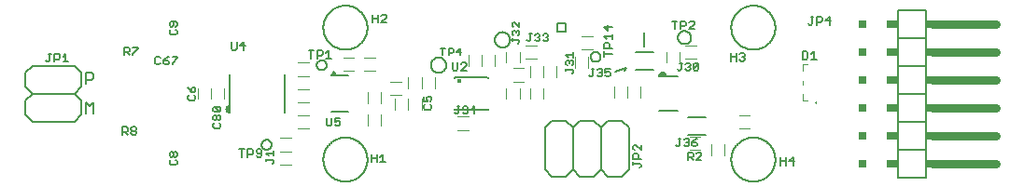
<source format=gto>
G75*
%MOIN*%
%OFA0B0*%
%FSLAX25Y25*%
%IPPOS*%
%LPD*%
%AMOC8*
5,1,8,0,0,1.08239X$1,22.5*
%
%ADD10C,0.00787*%
%ADD11C,0.00700*%
%ADD12C,0.00591*%
%ADD13C,0.00500*%
%ADD14C,0.00472*%
%ADD15C,0.00600*%
%ADD16C,0.00800*%
%ADD17C,0.01575*%
%ADD18C,0.00394*%
%ADD19C,0.03000*%
%ADD20R,0.02000X0.03000*%
%ADD21R,0.04000X0.03000*%
%ADD22R,0.03000X0.03000*%
D10*
X0073898Y0026591D02*
X0073898Y0028165D01*
X0074292Y0028559D02*
X0074292Y0039583D01*
X0093977Y0039583D02*
X0093977Y0026197D01*
X0110709Y0026394D02*
X0116615Y0026394D01*
X0074292Y0026197D02*
X0074292Y0028559D01*
X0074225Y0028557D01*
X0074157Y0028551D01*
X0074091Y0028542D01*
X0074025Y0028528D01*
X0073959Y0028511D01*
X0073895Y0028490D01*
X0073832Y0028466D01*
X0073771Y0028438D01*
X0073711Y0028406D01*
X0073654Y0028372D01*
X0073598Y0028333D01*
X0073544Y0028292D01*
X0073493Y0028248D01*
X0073445Y0028201D01*
X0073399Y0028151D01*
X0073357Y0028099D01*
X0073317Y0028045D01*
X0073281Y0027988D01*
X0073247Y0027929D01*
X0073218Y0027869D01*
X0073191Y0027806D01*
X0073169Y0027743D01*
X0073150Y0027678D01*
X0073135Y0027613D01*
X0073123Y0027546D01*
X0073115Y0027479D01*
X0073111Y0027412D01*
X0073111Y0027344D01*
X0073115Y0027277D01*
X0073123Y0027210D01*
X0073135Y0027143D01*
X0073150Y0027078D01*
X0073169Y0027013D01*
X0073191Y0026950D01*
X0073218Y0026887D01*
X0073247Y0026827D01*
X0073281Y0026768D01*
X0073317Y0026711D01*
X0073357Y0026657D01*
X0073399Y0026605D01*
X0073445Y0026555D01*
X0073493Y0026508D01*
X0073544Y0026464D01*
X0073598Y0026423D01*
X0073654Y0026384D01*
X0073711Y0026350D01*
X0073771Y0026318D01*
X0073832Y0026290D01*
X0073895Y0026266D01*
X0073959Y0026245D01*
X0074025Y0026228D01*
X0074091Y0026214D01*
X0074157Y0026205D01*
X0074225Y0026199D01*
X0074292Y0026197D01*
X0110709Y0039386D02*
X0111694Y0040764D01*
X0112284Y0039386D01*
X0116615Y0039386D01*
X0112284Y0039386D02*
X0110709Y0039386D01*
X0111694Y0039583D02*
X0111694Y0040173D01*
X0107757Y0056512D02*
X0107759Y0056705D01*
X0107766Y0056898D01*
X0107778Y0057091D01*
X0107795Y0057284D01*
X0107816Y0057476D01*
X0107842Y0057667D01*
X0107873Y0057858D01*
X0107908Y0058048D01*
X0107948Y0058237D01*
X0107993Y0058425D01*
X0108042Y0058612D01*
X0108096Y0058798D01*
X0108154Y0058982D01*
X0108217Y0059165D01*
X0108285Y0059346D01*
X0108356Y0059525D01*
X0108433Y0059703D01*
X0108513Y0059879D01*
X0108598Y0060052D01*
X0108687Y0060224D01*
X0108780Y0060393D01*
X0108877Y0060560D01*
X0108979Y0060725D01*
X0109084Y0060887D01*
X0109193Y0061046D01*
X0109307Y0061203D01*
X0109424Y0061356D01*
X0109544Y0061507D01*
X0109669Y0061655D01*
X0109797Y0061800D01*
X0109928Y0061941D01*
X0110063Y0062080D01*
X0110202Y0062215D01*
X0110343Y0062346D01*
X0110488Y0062474D01*
X0110636Y0062599D01*
X0110787Y0062719D01*
X0110940Y0062836D01*
X0111097Y0062950D01*
X0111256Y0063059D01*
X0111418Y0063164D01*
X0111583Y0063266D01*
X0111750Y0063363D01*
X0111919Y0063456D01*
X0112091Y0063545D01*
X0112264Y0063630D01*
X0112440Y0063710D01*
X0112618Y0063787D01*
X0112797Y0063858D01*
X0112978Y0063926D01*
X0113161Y0063989D01*
X0113345Y0064047D01*
X0113531Y0064101D01*
X0113718Y0064150D01*
X0113906Y0064195D01*
X0114095Y0064235D01*
X0114285Y0064270D01*
X0114476Y0064301D01*
X0114667Y0064327D01*
X0114859Y0064348D01*
X0115052Y0064365D01*
X0115245Y0064377D01*
X0115438Y0064384D01*
X0115631Y0064386D01*
X0115824Y0064384D01*
X0116017Y0064377D01*
X0116210Y0064365D01*
X0116403Y0064348D01*
X0116595Y0064327D01*
X0116786Y0064301D01*
X0116977Y0064270D01*
X0117167Y0064235D01*
X0117356Y0064195D01*
X0117544Y0064150D01*
X0117731Y0064101D01*
X0117917Y0064047D01*
X0118101Y0063989D01*
X0118284Y0063926D01*
X0118465Y0063858D01*
X0118644Y0063787D01*
X0118822Y0063710D01*
X0118998Y0063630D01*
X0119171Y0063545D01*
X0119343Y0063456D01*
X0119512Y0063363D01*
X0119679Y0063266D01*
X0119844Y0063164D01*
X0120006Y0063059D01*
X0120165Y0062950D01*
X0120322Y0062836D01*
X0120475Y0062719D01*
X0120626Y0062599D01*
X0120774Y0062474D01*
X0120919Y0062346D01*
X0121060Y0062215D01*
X0121199Y0062080D01*
X0121334Y0061941D01*
X0121465Y0061800D01*
X0121593Y0061655D01*
X0121718Y0061507D01*
X0121838Y0061356D01*
X0121955Y0061203D01*
X0122069Y0061046D01*
X0122178Y0060887D01*
X0122283Y0060725D01*
X0122385Y0060560D01*
X0122482Y0060393D01*
X0122575Y0060224D01*
X0122664Y0060052D01*
X0122749Y0059879D01*
X0122829Y0059703D01*
X0122906Y0059525D01*
X0122977Y0059346D01*
X0123045Y0059165D01*
X0123108Y0058982D01*
X0123166Y0058798D01*
X0123220Y0058612D01*
X0123269Y0058425D01*
X0123314Y0058237D01*
X0123354Y0058048D01*
X0123389Y0057858D01*
X0123420Y0057667D01*
X0123446Y0057476D01*
X0123467Y0057284D01*
X0123484Y0057091D01*
X0123496Y0056898D01*
X0123503Y0056705D01*
X0123505Y0056512D01*
X0123503Y0056319D01*
X0123496Y0056126D01*
X0123484Y0055933D01*
X0123467Y0055740D01*
X0123446Y0055548D01*
X0123420Y0055357D01*
X0123389Y0055166D01*
X0123354Y0054976D01*
X0123314Y0054787D01*
X0123269Y0054599D01*
X0123220Y0054412D01*
X0123166Y0054226D01*
X0123108Y0054042D01*
X0123045Y0053859D01*
X0122977Y0053678D01*
X0122906Y0053499D01*
X0122829Y0053321D01*
X0122749Y0053145D01*
X0122664Y0052972D01*
X0122575Y0052800D01*
X0122482Y0052631D01*
X0122385Y0052464D01*
X0122283Y0052299D01*
X0122178Y0052137D01*
X0122069Y0051978D01*
X0121955Y0051821D01*
X0121838Y0051668D01*
X0121718Y0051517D01*
X0121593Y0051369D01*
X0121465Y0051224D01*
X0121334Y0051083D01*
X0121199Y0050944D01*
X0121060Y0050809D01*
X0120919Y0050678D01*
X0120774Y0050550D01*
X0120626Y0050425D01*
X0120475Y0050305D01*
X0120322Y0050188D01*
X0120165Y0050074D01*
X0120006Y0049965D01*
X0119844Y0049860D01*
X0119679Y0049758D01*
X0119512Y0049661D01*
X0119343Y0049568D01*
X0119171Y0049479D01*
X0118998Y0049394D01*
X0118822Y0049314D01*
X0118644Y0049237D01*
X0118465Y0049166D01*
X0118284Y0049098D01*
X0118101Y0049035D01*
X0117917Y0048977D01*
X0117731Y0048923D01*
X0117544Y0048874D01*
X0117356Y0048829D01*
X0117167Y0048789D01*
X0116977Y0048754D01*
X0116786Y0048723D01*
X0116595Y0048697D01*
X0116403Y0048676D01*
X0116210Y0048659D01*
X0116017Y0048647D01*
X0115824Y0048640D01*
X0115631Y0048638D01*
X0115438Y0048640D01*
X0115245Y0048647D01*
X0115052Y0048659D01*
X0114859Y0048676D01*
X0114667Y0048697D01*
X0114476Y0048723D01*
X0114285Y0048754D01*
X0114095Y0048789D01*
X0113906Y0048829D01*
X0113718Y0048874D01*
X0113531Y0048923D01*
X0113345Y0048977D01*
X0113161Y0049035D01*
X0112978Y0049098D01*
X0112797Y0049166D01*
X0112618Y0049237D01*
X0112440Y0049314D01*
X0112264Y0049394D01*
X0112091Y0049479D01*
X0111919Y0049568D01*
X0111750Y0049661D01*
X0111583Y0049758D01*
X0111418Y0049860D01*
X0111256Y0049965D01*
X0111097Y0050074D01*
X0110940Y0050188D01*
X0110787Y0050305D01*
X0110636Y0050425D01*
X0110488Y0050550D01*
X0110343Y0050678D01*
X0110202Y0050809D01*
X0110063Y0050944D01*
X0109928Y0051083D01*
X0109797Y0051224D01*
X0109669Y0051369D01*
X0109544Y0051517D01*
X0109424Y0051668D01*
X0109307Y0051821D01*
X0109193Y0051978D01*
X0109084Y0052137D01*
X0108979Y0052299D01*
X0108877Y0052464D01*
X0108780Y0052631D01*
X0108687Y0052800D01*
X0108598Y0052972D01*
X0108513Y0053145D01*
X0108433Y0053321D01*
X0108356Y0053499D01*
X0108285Y0053678D01*
X0108217Y0053859D01*
X0108154Y0054042D01*
X0108096Y0054226D01*
X0108042Y0054412D01*
X0107993Y0054599D01*
X0107948Y0054787D01*
X0107908Y0054976D01*
X0107873Y0055166D01*
X0107842Y0055357D01*
X0107816Y0055548D01*
X0107795Y0055740D01*
X0107778Y0055933D01*
X0107766Y0056126D01*
X0107759Y0056319D01*
X0107757Y0056512D01*
X0212087Y0040764D02*
X0216024Y0041945D01*
X0215237Y0041945D01*
X0215237Y0041157D01*
X0216024Y0041945D01*
X0253426Y0056512D02*
X0253428Y0056705D01*
X0253435Y0056898D01*
X0253447Y0057091D01*
X0253464Y0057284D01*
X0253485Y0057476D01*
X0253511Y0057667D01*
X0253542Y0057858D01*
X0253577Y0058048D01*
X0253617Y0058237D01*
X0253662Y0058425D01*
X0253711Y0058612D01*
X0253765Y0058798D01*
X0253823Y0058982D01*
X0253886Y0059165D01*
X0253954Y0059346D01*
X0254025Y0059525D01*
X0254102Y0059703D01*
X0254182Y0059879D01*
X0254267Y0060052D01*
X0254356Y0060224D01*
X0254449Y0060393D01*
X0254546Y0060560D01*
X0254648Y0060725D01*
X0254753Y0060887D01*
X0254862Y0061046D01*
X0254976Y0061203D01*
X0255093Y0061356D01*
X0255213Y0061507D01*
X0255338Y0061655D01*
X0255466Y0061800D01*
X0255597Y0061941D01*
X0255732Y0062080D01*
X0255871Y0062215D01*
X0256012Y0062346D01*
X0256157Y0062474D01*
X0256305Y0062599D01*
X0256456Y0062719D01*
X0256609Y0062836D01*
X0256766Y0062950D01*
X0256925Y0063059D01*
X0257087Y0063164D01*
X0257252Y0063266D01*
X0257419Y0063363D01*
X0257588Y0063456D01*
X0257760Y0063545D01*
X0257933Y0063630D01*
X0258109Y0063710D01*
X0258287Y0063787D01*
X0258466Y0063858D01*
X0258647Y0063926D01*
X0258830Y0063989D01*
X0259014Y0064047D01*
X0259200Y0064101D01*
X0259387Y0064150D01*
X0259575Y0064195D01*
X0259764Y0064235D01*
X0259954Y0064270D01*
X0260145Y0064301D01*
X0260336Y0064327D01*
X0260528Y0064348D01*
X0260721Y0064365D01*
X0260914Y0064377D01*
X0261107Y0064384D01*
X0261300Y0064386D01*
X0261493Y0064384D01*
X0261686Y0064377D01*
X0261879Y0064365D01*
X0262072Y0064348D01*
X0262264Y0064327D01*
X0262455Y0064301D01*
X0262646Y0064270D01*
X0262836Y0064235D01*
X0263025Y0064195D01*
X0263213Y0064150D01*
X0263400Y0064101D01*
X0263586Y0064047D01*
X0263770Y0063989D01*
X0263953Y0063926D01*
X0264134Y0063858D01*
X0264313Y0063787D01*
X0264491Y0063710D01*
X0264667Y0063630D01*
X0264840Y0063545D01*
X0265012Y0063456D01*
X0265181Y0063363D01*
X0265348Y0063266D01*
X0265513Y0063164D01*
X0265675Y0063059D01*
X0265834Y0062950D01*
X0265991Y0062836D01*
X0266144Y0062719D01*
X0266295Y0062599D01*
X0266443Y0062474D01*
X0266588Y0062346D01*
X0266729Y0062215D01*
X0266868Y0062080D01*
X0267003Y0061941D01*
X0267134Y0061800D01*
X0267262Y0061655D01*
X0267387Y0061507D01*
X0267507Y0061356D01*
X0267624Y0061203D01*
X0267738Y0061046D01*
X0267847Y0060887D01*
X0267952Y0060725D01*
X0268054Y0060560D01*
X0268151Y0060393D01*
X0268244Y0060224D01*
X0268333Y0060052D01*
X0268418Y0059879D01*
X0268498Y0059703D01*
X0268575Y0059525D01*
X0268646Y0059346D01*
X0268714Y0059165D01*
X0268777Y0058982D01*
X0268835Y0058798D01*
X0268889Y0058612D01*
X0268938Y0058425D01*
X0268983Y0058237D01*
X0269023Y0058048D01*
X0269058Y0057858D01*
X0269089Y0057667D01*
X0269115Y0057476D01*
X0269136Y0057284D01*
X0269153Y0057091D01*
X0269165Y0056898D01*
X0269172Y0056705D01*
X0269174Y0056512D01*
X0269172Y0056319D01*
X0269165Y0056126D01*
X0269153Y0055933D01*
X0269136Y0055740D01*
X0269115Y0055548D01*
X0269089Y0055357D01*
X0269058Y0055166D01*
X0269023Y0054976D01*
X0268983Y0054787D01*
X0268938Y0054599D01*
X0268889Y0054412D01*
X0268835Y0054226D01*
X0268777Y0054042D01*
X0268714Y0053859D01*
X0268646Y0053678D01*
X0268575Y0053499D01*
X0268498Y0053321D01*
X0268418Y0053145D01*
X0268333Y0052972D01*
X0268244Y0052800D01*
X0268151Y0052631D01*
X0268054Y0052464D01*
X0267952Y0052299D01*
X0267847Y0052137D01*
X0267738Y0051978D01*
X0267624Y0051821D01*
X0267507Y0051668D01*
X0267387Y0051517D01*
X0267262Y0051369D01*
X0267134Y0051224D01*
X0267003Y0051083D01*
X0266868Y0050944D01*
X0266729Y0050809D01*
X0266588Y0050678D01*
X0266443Y0050550D01*
X0266295Y0050425D01*
X0266144Y0050305D01*
X0265991Y0050188D01*
X0265834Y0050074D01*
X0265675Y0049965D01*
X0265513Y0049860D01*
X0265348Y0049758D01*
X0265181Y0049661D01*
X0265012Y0049568D01*
X0264840Y0049479D01*
X0264667Y0049394D01*
X0264491Y0049314D01*
X0264313Y0049237D01*
X0264134Y0049166D01*
X0263953Y0049098D01*
X0263770Y0049035D01*
X0263586Y0048977D01*
X0263400Y0048923D01*
X0263213Y0048874D01*
X0263025Y0048829D01*
X0262836Y0048789D01*
X0262646Y0048754D01*
X0262455Y0048723D01*
X0262264Y0048697D01*
X0262072Y0048676D01*
X0261879Y0048659D01*
X0261686Y0048647D01*
X0261493Y0048640D01*
X0261300Y0048638D01*
X0261107Y0048640D01*
X0260914Y0048647D01*
X0260721Y0048659D01*
X0260528Y0048676D01*
X0260336Y0048697D01*
X0260145Y0048723D01*
X0259954Y0048754D01*
X0259764Y0048789D01*
X0259575Y0048829D01*
X0259387Y0048874D01*
X0259200Y0048923D01*
X0259014Y0048977D01*
X0258830Y0049035D01*
X0258647Y0049098D01*
X0258466Y0049166D01*
X0258287Y0049237D01*
X0258109Y0049314D01*
X0257933Y0049394D01*
X0257760Y0049479D01*
X0257588Y0049568D01*
X0257419Y0049661D01*
X0257252Y0049758D01*
X0257087Y0049860D01*
X0256925Y0049965D01*
X0256766Y0050074D01*
X0256609Y0050188D01*
X0256456Y0050305D01*
X0256305Y0050425D01*
X0256157Y0050550D01*
X0256012Y0050678D01*
X0255871Y0050809D01*
X0255732Y0050944D01*
X0255597Y0051083D01*
X0255466Y0051224D01*
X0255338Y0051369D01*
X0255213Y0051517D01*
X0255093Y0051668D01*
X0254976Y0051821D01*
X0254862Y0051978D01*
X0254753Y0052137D01*
X0254648Y0052299D01*
X0254546Y0052464D01*
X0254449Y0052631D01*
X0254356Y0052800D01*
X0254267Y0052972D01*
X0254182Y0053145D01*
X0254102Y0053321D01*
X0254025Y0053499D01*
X0253954Y0053678D01*
X0253886Y0053859D01*
X0253823Y0054042D01*
X0253765Y0054226D01*
X0253711Y0054412D01*
X0253662Y0054599D01*
X0253617Y0054787D01*
X0253577Y0054976D01*
X0253542Y0055166D01*
X0253511Y0055357D01*
X0253485Y0055548D01*
X0253464Y0055740D01*
X0253447Y0055933D01*
X0253435Y0056126D01*
X0253428Y0056319D01*
X0253426Y0056512D01*
X0253426Y0009268D02*
X0253428Y0009461D01*
X0253435Y0009654D01*
X0253447Y0009847D01*
X0253464Y0010040D01*
X0253485Y0010232D01*
X0253511Y0010423D01*
X0253542Y0010614D01*
X0253577Y0010804D01*
X0253617Y0010993D01*
X0253662Y0011181D01*
X0253711Y0011368D01*
X0253765Y0011554D01*
X0253823Y0011738D01*
X0253886Y0011921D01*
X0253954Y0012102D01*
X0254025Y0012281D01*
X0254102Y0012459D01*
X0254182Y0012635D01*
X0254267Y0012808D01*
X0254356Y0012980D01*
X0254449Y0013149D01*
X0254546Y0013316D01*
X0254648Y0013481D01*
X0254753Y0013643D01*
X0254862Y0013802D01*
X0254976Y0013959D01*
X0255093Y0014112D01*
X0255213Y0014263D01*
X0255338Y0014411D01*
X0255466Y0014556D01*
X0255597Y0014697D01*
X0255732Y0014836D01*
X0255871Y0014971D01*
X0256012Y0015102D01*
X0256157Y0015230D01*
X0256305Y0015355D01*
X0256456Y0015475D01*
X0256609Y0015592D01*
X0256766Y0015706D01*
X0256925Y0015815D01*
X0257087Y0015920D01*
X0257252Y0016022D01*
X0257419Y0016119D01*
X0257588Y0016212D01*
X0257760Y0016301D01*
X0257933Y0016386D01*
X0258109Y0016466D01*
X0258287Y0016543D01*
X0258466Y0016614D01*
X0258647Y0016682D01*
X0258830Y0016745D01*
X0259014Y0016803D01*
X0259200Y0016857D01*
X0259387Y0016906D01*
X0259575Y0016951D01*
X0259764Y0016991D01*
X0259954Y0017026D01*
X0260145Y0017057D01*
X0260336Y0017083D01*
X0260528Y0017104D01*
X0260721Y0017121D01*
X0260914Y0017133D01*
X0261107Y0017140D01*
X0261300Y0017142D01*
X0261493Y0017140D01*
X0261686Y0017133D01*
X0261879Y0017121D01*
X0262072Y0017104D01*
X0262264Y0017083D01*
X0262455Y0017057D01*
X0262646Y0017026D01*
X0262836Y0016991D01*
X0263025Y0016951D01*
X0263213Y0016906D01*
X0263400Y0016857D01*
X0263586Y0016803D01*
X0263770Y0016745D01*
X0263953Y0016682D01*
X0264134Y0016614D01*
X0264313Y0016543D01*
X0264491Y0016466D01*
X0264667Y0016386D01*
X0264840Y0016301D01*
X0265012Y0016212D01*
X0265181Y0016119D01*
X0265348Y0016022D01*
X0265513Y0015920D01*
X0265675Y0015815D01*
X0265834Y0015706D01*
X0265991Y0015592D01*
X0266144Y0015475D01*
X0266295Y0015355D01*
X0266443Y0015230D01*
X0266588Y0015102D01*
X0266729Y0014971D01*
X0266868Y0014836D01*
X0267003Y0014697D01*
X0267134Y0014556D01*
X0267262Y0014411D01*
X0267387Y0014263D01*
X0267507Y0014112D01*
X0267624Y0013959D01*
X0267738Y0013802D01*
X0267847Y0013643D01*
X0267952Y0013481D01*
X0268054Y0013316D01*
X0268151Y0013149D01*
X0268244Y0012980D01*
X0268333Y0012808D01*
X0268418Y0012635D01*
X0268498Y0012459D01*
X0268575Y0012281D01*
X0268646Y0012102D01*
X0268714Y0011921D01*
X0268777Y0011738D01*
X0268835Y0011554D01*
X0268889Y0011368D01*
X0268938Y0011181D01*
X0268983Y0010993D01*
X0269023Y0010804D01*
X0269058Y0010614D01*
X0269089Y0010423D01*
X0269115Y0010232D01*
X0269136Y0010040D01*
X0269153Y0009847D01*
X0269165Y0009654D01*
X0269172Y0009461D01*
X0269174Y0009268D01*
X0269172Y0009075D01*
X0269165Y0008882D01*
X0269153Y0008689D01*
X0269136Y0008496D01*
X0269115Y0008304D01*
X0269089Y0008113D01*
X0269058Y0007922D01*
X0269023Y0007732D01*
X0268983Y0007543D01*
X0268938Y0007355D01*
X0268889Y0007168D01*
X0268835Y0006982D01*
X0268777Y0006798D01*
X0268714Y0006615D01*
X0268646Y0006434D01*
X0268575Y0006255D01*
X0268498Y0006077D01*
X0268418Y0005901D01*
X0268333Y0005728D01*
X0268244Y0005556D01*
X0268151Y0005387D01*
X0268054Y0005220D01*
X0267952Y0005055D01*
X0267847Y0004893D01*
X0267738Y0004734D01*
X0267624Y0004577D01*
X0267507Y0004424D01*
X0267387Y0004273D01*
X0267262Y0004125D01*
X0267134Y0003980D01*
X0267003Y0003839D01*
X0266868Y0003700D01*
X0266729Y0003565D01*
X0266588Y0003434D01*
X0266443Y0003306D01*
X0266295Y0003181D01*
X0266144Y0003061D01*
X0265991Y0002944D01*
X0265834Y0002830D01*
X0265675Y0002721D01*
X0265513Y0002616D01*
X0265348Y0002514D01*
X0265181Y0002417D01*
X0265012Y0002324D01*
X0264840Y0002235D01*
X0264667Y0002150D01*
X0264491Y0002070D01*
X0264313Y0001993D01*
X0264134Y0001922D01*
X0263953Y0001854D01*
X0263770Y0001791D01*
X0263586Y0001733D01*
X0263400Y0001679D01*
X0263213Y0001630D01*
X0263025Y0001585D01*
X0262836Y0001545D01*
X0262646Y0001510D01*
X0262455Y0001479D01*
X0262264Y0001453D01*
X0262072Y0001432D01*
X0261879Y0001415D01*
X0261686Y0001403D01*
X0261493Y0001396D01*
X0261300Y0001394D01*
X0261107Y0001396D01*
X0260914Y0001403D01*
X0260721Y0001415D01*
X0260528Y0001432D01*
X0260336Y0001453D01*
X0260145Y0001479D01*
X0259954Y0001510D01*
X0259764Y0001545D01*
X0259575Y0001585D01*
X0259387Y0001630D01*
X0259200Y0001679D01*
X0259014Y0001733D01*
X0258830Y0001791D01*
X0258647Y0001854D01*
X0258466Y0001922D01*
X0258287Y0001993D01*
X0258109Y0002070D01*
X0257933Y0002150D01*
X0257760Y0002235D01*
X0257588Y0002324D01*
X0257419Y0002417D01*
X0257252Y0002514D01*
X0257087Y0002616D01*
X0256925Y0002721D01*
X0256766Y0002830D01*
X0256609Y0002944D01*
X0256456Y0003061D01*
X0256305Y0003181D01*
X0256157Y0003306D01*
X0256012Y0003434D01*
X0255871Y0003565D01*
X0255732Y0003700D01*
X0255597Y0003839D01*
X0255466Y0003980D01*
X0255338Y0004125D01*
X0255213Y0004273D01*
X0255093Y0004424D01*
X0254976Y0004577D01*
X0254862Y0004734D01*
X0254753Y0004893D01*
X0254648Y0005055D01*
X0254546Y0005220D01*
X0254449Y0005387D01*
X0254356Y0005556D01*
X0254267Y0005728D01*
X0254182Y0005901D01*
X0254102Y0006077D01*
X0254025Y0006255D01*
X0253954Y0006434D01*
X0253886Y0006615D01*
X0253823Y0006798D01*
X0253765Y0006982D01*
X0253711Y0007168D01*
X0253662Y0007355D01*
X0253617Y0007543D01*
X0253577Y0007732D01*
X0253542Y0007922D01*
X0253511Y0008113D01*
X0253485Y0008304D01*
X0253464Y0008496D01*
X0253447Y0008689D01*
X0253435Y0008882D01*
X0253428Y0009075D01*
X0253426Y0009268D01*
X0107757Y0009268D02*
X0107759Y0009461D01*
X0107766Y0009654D01*
X0107778Y0009847D01*
X0107795Y0010040D01*
X0107816Y0010232D01*
X0107842Y0010423D01*
X0107873Y0010614D01*
X0107908Y0010804D01*
X0107948Y0010993D01*
X0107993Y0011181D01*
X0108042Y0011368D01*
X0108096Y0011554D01*
X0108154Y0011738D01*
X0108217Y0011921D01*
X0108285Y0012102D01*
X0108356Y0012281D01*
X0108433Y0012459D01*
X0108513Y0012635D01*
X0108598Y0012808D01*
X0108687Y0012980D01*
X0108780Y0013149D01*
X0108877Y0013316D01*
X0108979Y0013481D01*
X0109084Y0013643D01*
X0109193Y0013802D01*
X0109307Y0013959D01*
X0109424Y0014112D01*
X0109544Y0014263D01*
X0109669Y0014411D01*
X0109797Y0014556D01*
X0109928Y0014697D01*
X0110063Y0014836D01*
X0110202Y0014971D01*
X0110343Y0015102D01*
X0110488Y0015230D01*
X0110636Y0015355D01*
X0110787Y0015475D01*
X0110940Y0015592D01*
X0111097Y0015706D01*
X0111256Y0015815D01*
X0111418Y0015920D01*
X0111583Y0016022D01*
X0111750Y0016119D01*
X0111919Y0016212D01*
X0112091Y0016301D01*
X0112264Y0016386D01*
X0112440Y0016466D01*
X0112618Y0016543D01*
X0112797Y0016614D01*
X0112978Y0016682D01*
X0113161Y0016745D01*
X0113345Y0016803D01*
X0113531Y0016857D01*
X0113718Y0016906D01*
X0113906Y0016951D01*
X0114095Y0016991D01*
X0114285Y0017026D01*
X0114476Y0017057D01*
X0114667Y0017083D01*
X0114859Y0017104D01*
X0115052Y0017121D01*
X0115245Y0017133D01*
X0115438Y0017140D01*
X0115631Y0017142D01*
X0115824Y0017140D01*
X0116017Y0017133D01*
X0116210Y0017121D01*
X0116403Y0017104D01*
X0116595Y0017083D01*
X0116786Y0017057D01*
X0116977Y0017026D01*
X0117167Y0016991D01*
X0117356Y0016951D01*
X0117544Y0016906D01*
X0117731Y0016857D01*
X0117917Y0016803D01*
X0118101Y0016745D01*
X0118284Y0016682D01*
X0118465Y0016614D01*
X0118644Y0016543D01*
X0118822Y0016466D01*
X0118998Y0016386D01*
X0119171Y0016301D01*
X0119343Y0016212D01*
X0119512Y0016119D01*
X0119679Y0016022D01*
X0119844Y0015920D01*
X0120006Y0015815D01*
X0120165Y0015706D01*
X0120322Y0015592D01*
X0120475Y0015475D01*
X0120626Y0015355D01*
X0120774Y0015230D01*
X0120919Y0015102D01*
X0121060Y0014971D01*
X0121199Y0014836D01*
X0121334Y0014697D01*
X0121465Y0014556D01*
X0121593Y0014411D01*
X0121718Y0014263D01*
X0121838Y0014112D01*
X0121955Y0013959D01*
X0122069Y0013802D01*
X0122178Y0013643D01*
X0122283Y0013481D01*
X0122385Y0013316D01*
X0122482Y0013149D01*
X0122575Y0012980D01*
X0122664Y0012808D01*
X0122749Y0012635D01*
X0122829Y0012459D01*
X0122906Y0012281D01*
X0122977Y0012102D01*
X0123045Y0011921D01*
X0123108Y0011738D01*
X0123166Y0011554D01*
X0123220Y0011368D01*
X0123269Y0011181D01*
X0123314Y0010993D01*
X0123354Y0010804D01*
X0123389Y0010614D01*
X0123420Y0010423D01*
X0123446Y0010232D01*
X0123467Y0010040D01*
X0123484Y0009847D01*
X0123496Y0009654D01*
X0123503Y0009461D01*
X0123505Y0009268D01*
X0123503Y0009075D01*
X0123496Y0008882D01*
X0123484Y0008689D01*
X0123467Y0008496D01*
X0123446Y0008304D01*
X0123420Y0008113D01*
X0123389Y0007922D01*
X0123354Y0007732D01*
X0123314Y0007543D01*
X0123269Y0007355D01*
X0123220Y0007168D01*
X0123166Y0006982D01*
X0123108Y0006798D01*
X0123045Y0006615D01*
X0122977Y0006434D01*
X0122906Y0006255D01*
X0122829Y0006077D01*
X0122749Y0005901D01*
X0122664Y0005728D01*
X0122575Y0005556D01*
X0122482Y0005387D01*
X0122385Y0005220D01*
X0122283Y0005055D01*
X0122178Y0004893D01*
X0122069Y0004734D01*
X0121955Y0004577D01*
X0121838Y0004424D01*
X0121718Y0004273D01*
X0121593Y0004125D01*
X0121465Y0003980D01*
X0121334Y0003839D01*
X0121199Y0003700D01*
X0121060Y0003565D01*
X0120919Y0003434D01*
X0120774Y0003306D01*
X0120626Y0003181D01*
X0120475Y0003061D01*
X0120322Y0002944D01*
X0120165Y0002830D01*
X0120006Y0002721D01*
X0119844Y0002616D01*
X0119679Y0002514D01*
X0119512Y0002417D01*
X0119343Y0002324D01*
X0119171Y0002235D01*
X0118998Y0002150D01*
X0118822Y0002070D01*
X0118644Y0001993D01*
X0118465Y0001922D01*
X0118284Y0001854D01*
X0118101Y0001791D01*
X0117917Y0001733D01*
X0117731Y0001679D01*
X0117544Y0001630D01*
X0117356Y0001585D01*
X0117167Y0001545D01*
X0116977Y0001510D01*
X0116786Y0001479D01*
X0116595Y0001453D01*
X0116403Y0001432D01*
X0116210Y0001415D01*
X0116017Y0001403D01*
X0115824Y0001396D01*
X0115631Y0001394D01*
X0115438Y0001396D01*
X0115245Y0001403D01*
X0115052Y0001415D01*
X0114859Y0001432D01*
X0114667Y0001453D01*
X0114476Y0001479D01*
X0114285Y0001510D01*
X0114095Y0001545D01*
X0113906Y0001585D01*
X0113718Y0001630D01*
X0113531Y0001679D01*
X0113345Y0001733D01*
X0113161Y0001791D01*
X0112978Y0001854D01*
X0112797Y0001922D01*
X0112618Y0001993D01*
X0112440Y0002070D01*
X0112264Y0002150D01*
X0112091Y0002235D01*
X0111919Y0002324D01*
X0111750Y0002417D01*
X0111583Y0002514D01*
X0111418Y0002616D01*
X0111256Y0002721D01*
X0111097Y0002830D01*
X0110940Y0002944D01*
X0110787Y0003061D01*
X0110636Y0003181D01*
X0110488Y0003306D01*
X0110343Y0003434D01*
X0110202Y0003565D01*
X0110063Y0003700D01*
X0109928Y0003839D01*
X0109797Y0003980D01*
X0109669Y0004125D01*
X0109544Y0004273D01*
X0109424Y0004424D01*
X0109307Y0004577D01*
X0109193Y0004734D01*
X0109084Y0004893D01*
X0108979Y0005055D01*
X0108877Y0005220D01*
X0108780Y0005387D01*
X0108687Y0005556D01*
X0108598Y0005728D01*
X0108513Y0005901D01*
X0108433Y0006077D01*
X0108356Y0006255D01*
X0108285Y0006434D01*
X0108217Y0006615D01*
X0108154Y0006798D01*
X0108096Y0006982D01*
X0108042Y0007168D01*
X0107993Y0007355D01*
X0107948Y0007543D01*
X0107908Y0007732D01*
X0107873Y0007922D01*
X0107842Y0008113D01*
X0107816Y0008304D01*
X0107795Y0008496D01*
X0107778Y0008689D01*
X0107766Y0008882D01*
X0107759Y0009075D01*
X0107757Y0009268D01*
D11*
X0025753Y0025759D02*
X0025753Y0029787D01*
X0024410Y0028445D01*
X0023067Y0029787D01*
X0023067Y0025759D01*
X0023067Y0036389D02*
X0023067Y0040417D01*
X0025081Y0040417D01*
X0025753Y0039746D01*
X0025753Y0038403D01*
X0025081Y0037732D01*
X0023067Y0037732D01*
D12*
X0105394Y0043126D02*
X0105396Y0043210D01*
X0105402Y0043293D01*
X0105412Y0043376D01*
X0105426Y0043459D01*
X0105443Y0043541D01*
X0105465Y0043622D01*
X0105490Y0043701D01*
X0105519Y0043780D01*
X0105552Y0043857D01*
X0105588Y0043932D01*
X0105628Y0044006D01*
X0105671Y0044078D01*
X0105718Y0044147D01*
X0105768Y0044214D01*
X0105821Y0044279D01*
X0105877Y0044341D01*
X0105935Y0044401D01*
X0105997Y0044458D01*
X0106061Y0044511D01*
X0106128Y0044562D01*
X0106197Y0044609D01*
X0106268Y0044654D01*
X0106341Y0044694D01*
X0106416Y0044731D01*
X0106493Y0044765D01*
X0106571Y0044795D01*
X0106650Y0044821D01*
X0106731Y0044844D01*
X0106813Y0044862D01*
X0106895Y0044877D01*
X0106978Y0044888D01*
X0107061Y0044895D01*
X0107145Y0044898D01*
X0107229Y0044897D01*
X0107312Y0044892D01*
X0107396Y0044883D01*
X0107478Y0044870D01*
X0107560Y0044854D01*
X0107641Y0044833D01*
X0107722Y0044809D01*
X0107800Y0044781D01*
X0107878Y0044749D01*
X0107954Y0044713D01*
X0108028Y0044674D01*
X0108100Y0044632D01*
X0108170Y0044586D01*
X0108238Y0044537D01*
X0108303Y0044485D01*
X0108366Y0044430D01*
X0108426Y0044372D01*
X0108484Y0044311D01*
X0108538Y0044247D01*
X0108590Y0044181D01*
X0108638Y0044113D01*
X0108683Y0044042D01*
X0108724Y0043969D01*
X0108763Y0043895D01*
X0108797Y0043819D01*
X0108828Y0043741D01*
X0108855Y0043662D01*
X0108879Y0043581D01*
X0108898Y0043500D01*
X0108914Y0043418D01*
X0108926Y0043335D01*
X0108934Y0043251D01*
X0108938Y0043168D01*
X0108938Y0043084D01*
X0108934Y0043001D01*
X0108926Y0042917D01*
X0108914Y0042834D01*
X0108898Y0042752D01*
X0108879Y0042671D01*
X0108855Y0042590D01*
X0108828Y0042511D01*
X0108797Y0042433D01*
X0108763Y0042357D01*
X0108724Y0042283D01*
X0108683Y0042210D01*
X0108638Y0042139D01*
X0108590Y0042071D01*
X0108538Y0042005D01*
X0108484Y0041941D01*
X0108426Y0041880D01*
X0108366Y0041822D01*
X0108303Y0041767D01*
X0108238Y0041715D01*
X0108170Y0041666D01*
X0108100Y0041620D01*
X0108028Y0041578D01*
X0107954Y0041539D01*
X0107878Y0041503D01*
X0107800Y0041471D01*
X0107722Y0041443D01*
X0107641Y0041419D01*
X0107560Y0041398D01*
X0107478Y0041382D01*
X0107396Y0041369D01*
X0107312Y0041360D01*
X0107229Y0041355D01*
X0107145Y0041354D01*
X0107061Y0041357D01*
X0106978Y0041364D01*
X0106895Y0041375D01*
X0106813Y0041390D01*
X0106731Y0041408D01*
X0106650Y0041431D01*
X0106571Y0041457D01*
X0106493Y0041487D01*
X0106416Y0041521D01*
X0106341Y0041558D01*
X0106268Y0041598D01*
X0106197Y0041643D01*
X0106128Y0041690D01*
X0106061Y0041741D01*
X0105997Y0041794D01*
X0105935Y0041851D01*
X0105877Y0041911D01*
X0105821Y0041973D01*
X0105768Y0042038D01*
X0105718Y0042105D01*
X0105671Y0042174D01*
X0105628Y0042246D01*
X0105588Y0042320D01*
X0105552Y0042395D01*
X0105519Y0042472D01*
X0105490Y0042551D01*
X0105465Y0042630D01*
X0105443Y0042711D01*
X0105426Y0042793D01*
X0105412Y0042876D01*
X0105402Y0042959D01*
X0105396Y0043042D01*
X0105394Y0043126D01*
X0191221Y0054937D02*
X0194371Y0054937D01*
X0194371Y0058087D01*
X0191221Y0058087D01*
X0191221Y0054937D01*
X0219174Y0047575D02*
X0225473Y0047575D01*
X0222324Y0049622D02*
X0222324Y0054740D01*
X0234332Y0052969D02*
X0234334Y0053066D01*
X0234340Y0053163D01*
X0234350Y0053259D01*
X0234364Y0053355D01*
X0234382Y0053451D01*
X0234403Y0053545D01*
X0234429Y0053639D01*
X0234458Y0053731D01*
X0234492Y0053822D01*
X0234528Y0053912D01*
X0234569Y0054000D01*
X0234613Y0054086D01*
X0234661Y0054171D01*
X0234712Y0054253D01*
X0234766Y0054334D01*
X0234824Y0054412D01*
X0234885Y0054487D01*
X0234948Y0054560D01*
X0235015Y0054631D01*
X0235085Y0054698D01*
X0235157Y0054763D01*
X0235232Y0054824D01*
X0235310Y0054883D01*
X0235389Y0054938D01*
X0235471Y0054990D01*
X0235555Y0055038D01*
X0235641Y0055083D01*
X0235729Y0055125D01*
X0235818Y0055163D01*
X0235909Y0055197D01*
X0236001Y0055227D01*
X0236094Y0055254D01*
X0236189Y0055276D01*
X0236284Y0055295D01*
X0236380Y0055310D01*
X0236476Y0055321D01*
X0236573Y0055328D01*
X0236670Y0055331D01*
X0236767Y0055330D01*
X0236864Y0055325D01*
X0236960Y0055316D01*
X0237056Y0055303D01*
X0237152Y0055286D01*
X0237247Y0055265D01*
X0237340Y0055241D01*
X0237433Y0055212D01*
X0237525Y0055180D01*
X0237615Y0055144D01*
X0237703Y0055105D01*
X0237790Y0055061D01*
X0237875Y0055015D01*
X0237958Y0054964D01*
X0238039Y0054911D01*
X0238117Y0054854D01*
X0238194Y0054794D01*
X0238267Y0054731D01*
X0238338Y0054665D01*
X0238406Y0054596D01*
X0238472Y0054524D01*
X0238534Y0054450D01*
X0238593Y0054373D01*
X0238649Y0054294D01*
X0238702Y0054212D01*
X0238752Y0054129D01*
X0238797Y0054043D01*
X0238840Y0053956D01*
X0238879Y0053867D01*
X0238914Y0053777D01*
X0238945Y0053685D01*
X0238972Y0053592D01*
X0238996Y0053498D01*
X0239016Y0053403D01*
X0239032Y0053307D01*
X0239044Y0053211D01*
X0239052Y0053114D01*
X0239056Y0053017D01*
X0239056Y0052921D01*
X0239052Y0052824D01*
X0239044Y0052727D01*
X0239032Y0052631D01*
X0239016Y0052535D01*
X0238996Y0052440D01*
X0238972Y0052346D01*
X0238945Y0052253D01*
X0238914Y0052161D01*
X0238879Y0052071D01*
X0238840Y0051982D01*
X0238797Y0051895D01*
X0238752Y0051809D01*
X0238702Y0051726D01*
X0238649Y0051644D01*
X0238593Y0051565D01*
X0238534Y0051488D01*
X0238472Y0051414D01*
X0238406Y0051342D01*
X0238338Y0051273D01*
X0238267Y0051207D01*
X0238194Y0051144D01*
X0238117Y0051084D01*
X0238039Y0051027D01*
X0237958Y0050974D01*
X0237875Y0050923D01*
X0237790Y0050877D01*
X0237703Y0050833D01*
X0237615Y0050794D01*
X0237525Y0050758D01*
X0237433Y0050726D01*
X0237340Y0050697D01*
X0237247Y0050673D01*
X0237152Y0050652D01*
X0237056Y0050635D01*
X0236960Y0050622D01*
X0236864Y0050613D01*
X0236767Y0050608D01*
X0236670Y0050607D01*
X0236573Y0050610D01*
X0236476Y0050617D01*
X0236380Y0050628D01*
X0236284Y0050643D01*
X0236189Y0050662D01*
X0236094Y0050684D01*
X0236001Y0050711D01*
X0235909Y0050741D01*
X0235818Y0050775D01*
X0235729Y0050813D01*
X0235641Y0050855D01*
X0235555Y0050900D01*
X0235471Y0050948D01*
X0235389Y0051000D01*
X0235310Y0051055D01*
X0235232Y0051114D01*
X0235157Y0051175D01*
X0235085Y0051240D01*
X0235015Y0051307D01*
X0234948Y0051378D01*
X0234885Y0051451D01*
X0234824Y0051526D01*
X0234766Y0051604D01*
X0234712Y0051685D01*
X0234661Y0051767D01*
X0234613Y0051852D01*
X0234569Y0051938D01*
X0234528Y0052026D01*
X0234492Y0052116D01*
X0234458Y0052207D01*
X0234429Y0052299D01*
X0234403Y0052393D01*
X0234382Y0052487D01*
X0234364Y0052583D01*
X0234350Y0052679D01*
X0234340Y0052775D01*
X0234334Y0052872D01*
X0234332Y0052969D01*
X0203229Y0046079D02*
X0203231Y0046163D01*
X0203237Y0046246D01*
X0203247Y0046329D01*
X0203261Y0046412D01*
X0203278Y0046494D01*
X0203300Y0046575D01*
X0203325Y0046654D01*
X0203354Y0046733D01*
X0203387Y0046810D01*
X0203423Y0046885D01*
X0203463Y0046959D01*
X0203506Y0047031D01*
X0203553Y0047100D01*
X0203603Y0047167D01*
X0203656Y0047232D01*
X0203712Y0047294D01*
X0203770Y0047354D01*
X0203832Y0047411D01*
X0203896Y0047464D01*
X0203963Y0047515D01*
X0204032Y0047562D01*
X0204103Y0047607D01*
X0204176Y0047647D01*
X0204251Y0047684D01*
X0204328Y0047718D01*
X0204406Y0047748D01*
X0204485Y0047774D01*
X0204566Y0047797D01*
X0204648Y0047815D01*
X0204730Y0047830D01*
X0204813Y0047841D01*
X0204896Y0047848D01*
X0204980Y0047851D01*
X0205064Y0047850D01*
X0205147Y0047845D01*
X0205231Y0047836D01*
X0205313Y0047823D01*
X0205395Y0047807D01*
X0205476Y0047786D01*
X0205557Y0047762D01*
X0205635Y0047734D01*
X0205713Y0047702D01*
X0205789Y0047666D01*
X0205863Y0047627D01*
X0205935Y0047585D01*
X0206005Y0047539D01*
X0206073Y0047490D01*
X0206138Y0047438D01*
X0206201Y0047383D01*
X0206261Y0047325D01*
X0206319Y0047264D01*
X0206373Y0047200D01*
X0206425Y0047134D01*
X0206473Y0047066D01*
X0206518Y0046995D01*
X0206559Y0046922D01*
X0206598Y0046848D01*
X0206632Y0046772D01*
X0206663Y0046694D01*
X0206690Y0046615D01*
X0206714Y0046534D01*
X0206733Y0046453D01*
X0206749Y0046371D01*
X0206761Y0046288D01*
X0206769Y0046204D01*
X0206773Y0046121D01*
X0206773Y0046037D01*
X0206769Y0045954D01*
X0206761Y0045870D01*
X0206749Y0045787D01*
X0206733Y0045705D01*
X0206714Y0045624D01*
X0206690Y0045543D01*
X0206663Y0045464D01*
X0206632Y0045386D01*
X0206598Y0045310D01*
X0206559Y0045236D01*
X0206518Y0045163D01*
X0206473Y0045092D01*
X0206425Y0045024D01*
X0206373Y0044958D01*
X0206319Y0044894D01*
X0206261Y0044833D01*
X0206201Y0044775D01*
X0206138Y0044720D01*
X0206073Y0044668D01*
X0206005Y0044619D01*
X0205935Y0044573D01*
X0205863Y0044531D01*
X0205789Y0044492D01*
X0205713Y0044456D01*
X0205635Y0044424D01*
X0205557Y0044396D01*
X0205476Y0044372D01*
X0205395Y0044351D01*
X0205313Y0044335D01*
X0205231Y0044322D01*
X0205147Y0044313D01*
X0205064Y0044308D01*
X0204980Y0044307D01*
X0204896Y0044310D01*
X0204813Y0044317D01*
X0204730Y0044328D01*
X0204648Y0044343D01*
X0204566Y0044361D01*
X0204485Y0044384D01*
X0204406Y0044410D01*
X0204328Y0044440D01*
X0204251Y0044474D01*
X0204176Y0044511D01*
X0204103Y0044551D01*
X0204032Y0044596D01*
X0203963Y0044643D01*
X0203896Y0044694D01*
X0203832Y0044747D01*
X0203770Y0044804D01*
X0203712Y0044864D01*
X0203656Y0044926D01*
X0203603Y0044991D01*
X0203553Y0045058D01*
X0203506Y0045127D01*
X0203463Y0045199D01*
X0203423Y0045273D01*
X0203387Y0045348D01*
X0203354Y0045425D01*
X0203325Y0045504D01*
X0203300Y0045583D01*
X0203278Y0045664D01*
X0203261Y0045746D01*
X0203247Y0045829D01*
X0203237Y0045912D01*
X0203231Y0045995D01*
X0203229Y0046079D01*
X0219174Y0041433D02*
X0225473Y0041433D01*
X0228072Y0039543D02*
X0228583Y0039976D01*
X0229371Y0039937D01*
X0229646Y0039543D02*
X0228072Y0039543D01*
X0227757Y0039150D02*
X0234174Y0039150D01*
X0230159Y0039228D02*
X0230153Y0039298D01*
X0230144Y0039367D01*
X0230131Y0039436D01*
X0230115Y0039504D01*
X0230094Y0039571D01*
X0230070Y0039637D01*
X0230042Y0039701D01*
X0230011Y0039764D01*
X0229976Y0039825D01*
X0229938Y0039883D01*
X0229897Y0039940D01*
X0229853Y0039994D01*
X0229805Y0040046D01*
X0229755Y0040095D01*
X0229702Y0040141D01*
X0229647Y0040184D01*
X0229590Y0040224D01*
X0229530Y0040261D01*
X0229469Y0040294D01*
X0229405Y0040324D01*
X0229340Y0040350D01*
X0229274Y0040373D01*
X0229207Y0040392D01*
X0229138Y0040407D01*
X0229069Y0040418D01*
X0229000Y0040426D01*
X0228930Y0040430D01*
X0228860Y0040429D01*
X0228790Y0040425D01*
X0228720Y0040417D01*
X0228651Y0040405D01*
X0228583Y0040390D01*
X0228516Y0040370D01*
X0228449Y0040347D01*
X0228385Y0040320D01*
X0228322Y0040290D01*
X0228260Y0040256D01*
X0228201Y0040219D01*
X0228144Y0040179D01*
X0228089Y0040135D01*
X0228036Y0040089D01*
X0227987Y0040040D01*
X0227940Y0039988D01*
X0227896Y0039933D01*
X0227855Y0039876D01*
X0227817Y0039817D01*
X0227783Y0039756D01*
X0227752Y0039693D01*
X0227725Y0039629D01*
X0227701Y0039563D01*
X0227681Y0039496D01*
X0227665Y0039428D01*
X0227652Y0039359D01*
X0227644Y0039289D01*
X0227639Y0039219D01*
X0227638Y0039149D01*
X0227757Y0026630D02*
X0234174Y0026630D01*
X0238072Y0024346D02*
X0244371Y0024346D01*
X0244371Y0018205D02*
X0238072Y0018205D01*
X0085709Y0014583D02*
X0085711Y0014667D01*
X0085717Y0014750D01*
X0085727Y0014833D01*
X0085741Y0014916D01*
X0085758Y0014998D01*
X0085780Y0015079D01*
X0085805Y0015158D01*
X0085834Y0015237D01*
X0085867Y0015314D01*
X0085903Y0015389D01*
X0085943Y0015463D01*
X0085986Y0015535D01*
X0086033Y0015604D01*
X0086083Y0015671D01*
X0086136Y0015736D01*
X0086192Y0015798D01*
X0086250Y0015858D01*
X0086312Y0015915D01*
X0086376Y0015968D01*
X0086443Y0016019D01*
X0086512Y0016066D01*
X0086583Y0016111D01*
X0086656Y0016151D01*
X0086731Y0016188D01*
X0086808Y0016222D01*
X0086886Y0016252D01*
X0086965Y0016278D01*
X0087046Y0016301D01*
X0087128Y0016319D01*
X0087210Y0016334D01*
X0087293Y0016345D01*
X0087376Y0016352D01*
X0087460Y0016355D01*
X0087544Y0016354D01*
X0087627Y0016349D01*
X0087711Y0016340D01*
X0087793Y0016327D01*
X0087875Y0016311D01*
X0087956Y0016290D01*
X0088037Y0016266D01*
X0088115Y0016238D01*
X0088193Y0016206D01*
X0088269Y0016170D01*
X0088343Y0016131D01*
X0088415Y0016089D01*
X0088485Y0016043D01*
X0088553Y0015994D01*
X0088618Y0015942D01*
X0088681Y0015887D01*
X0088741Y0015829D01*
X0088799Y0015768D01*
X0088853Y0015704D01*
X0088905Y0015638D01*
X0088953Y0015570D01*
X0088998Y0015499D01*
X0089039Y0015426D01*
X0089078Y0015352D01*
X0089112Y0015276D01*
X0089143Y0015198D01*
X0089170Y0015119D01*
X0089194Y0015038D01*
X0089213Y0014957D01*
X0089229Y0014875D01*
X0089241Y0014792D01*
X0089249Y0014708D01*
X0089253Y0014625D01*
X0089253Y0014541D01*
X0089249Y0014458D01*
X0089241Y0014374D01*
X0089229Y0014291D01*
X0089213Y0014209D01*
X0089194Y0014128D01*
X0089170Y0014047D01*
X0089143Y0013968D01*
X0089112Y0013890D01*
X0089078Y0013814D01*
X0089039Y0013740D01*
X0088998Y0013667D01*
X0088953Y0013596D01*
X0088905Y0013528D01*
X0088853Y0013462D01*
X0088799Y0013398D01*
X0088741Y0013337D01*
X0088681Y0013279D01*
X0088618Y0013224D01*
X0088553Y0013172D01*
X0088485Y0013123D01*
X0088415Y0013077D01*
X0088343Y0013035D01*
X0088269Y0012996D01*
X0088193Y0012960D01*
X0088115Y0012928D01*
X0088037Y0012900D01*
X0087956Y0012876D01*
X0087875Y0012855D01*
X0087793Y0012839D01*
X0087711Y0012826D01*
X0087627Y0012817D01*
X0087544Y0012812D01*
X0087460Y0012811D01*
X0087376Y0012814D01*
X0087293Y0012821D01*
X0087210Y0012832D01*
X0087128Y0012847D01*
X0087046Y0012865D01*
X0086965Y0012888D01*
X0086886Y0012914D01*
X0086808Y0012944D01*
X0086731Y0012978D01*
X0086656Y0013015D01*
X0086583Y0013055D01*
X0086512Y0013100D01*
X0086443Y0013147D01*
X0086376Y0013198D01*
X0086312Y0013251D01*
X0086250Y0013308D01*
X0086192Y0013368D01*
X0086136Y0013430D01*
X0086083Y0013495D01*
X0086033Y0013562D01*
X0085986Y0013631D01*
X0085943Y0013703D01*
X0085903Y0013777D01*
X0085867Y0013852D01*
X0085834Y0013929D01*
X0085805Y0014008D01*
X0085780Y0014087D01*
X0085758Y0014168D01*
X0085741Y0014250D01*
X0085727Y0014333D01*
X0085717Y0014416D01*
X0085711Y0014499D01*
X0085709Y0014583D01*
D13*
X0053328Y0007261D02*
X0052886Y0007703D01*
X0052886Y0008587D01*
X0053328Y0009029D01*
X0053328Y0010161D02*
X0053770Y0010161D01*
X0054212Y0010603D01*
X0054212Y0011487D01*
X0054654Y0011929D01*
X0055096Y0011929D01*
X0055538Y0011487D01*
X0055538Y0010603D01*
X0055096Y0010161D01*
X0054654Y0010161D01*
X0054212Y0010603D01*
X0054212Y0011487D02*
X0053770Y0011929D01*
X0053328Y0011929D01*
X0052886Y0011487D01*
X0052886Y0010603D01*
X0053328Y0010161D01*
X0055096Y0009029D02*
X0055538Y0008587D01*
X0055538Y0007703D01*
X0055096Y0007261D01*
X0053328Y0007261D01*
X0077692Y0012957D02*
X0079591Y0012957D01*
X0078641Y0012957D02*
X0078641Y0010108D01*
X0080773Y0010108D02*
X0080773Y0012957D01*
X0082198Y0012957D01*
X0082672Y0012482D01*
X0082672Y0011533D01*
X0082198Y0011058D01*
X0080773Y0011058D01*
X0083854Y0010583D02*
X0084329Y0010108D01*
X0085279Y0010108D01*
X0085754Y0010583D01*
X0085754Y0012482D01*
X0085279Y0012957D01*
X0084329Y0012957D01*
X0083854Y0012482D01*
X0083854Y0012008D01*
X0084329Y0011533D01*
X0085754Y0011533D01*
X0087335Y0011530D02*
X0089987Y0011530D01*
X0089987Y0010646D02*
X0089987Y0012414D01*
X0088219Y0010646D02*
X0087335Y0011530D01*
X0087335Y0009514D02*
X0087335Y0008630D01*
X0087335Y0009072D02*
X0089545Y0009072D01*
X0089987Y0008630D01*
X0089987Y0008188D01*
X0089545Y0007746D01*
X0124936Y0008337D02*
X0124936Y0011185D01*
X0126835Y0011185D02*
X0126835Y0008337D01*
X0128017Y0008337D02*
X0129916Y0008337D01*
X0128967Y0008337D02*
X0128967Y0011185D01*
X0128017Y0010236D01*
X0126835Y0009761D02*
X0124936Y0009761D01*
X0113300Y0021329D02*
X0112350Y0021329D01*
X0111875Y0021804D01*
X0111875Y0022753D02*
X0112825Y0023228D01*
X0113300Y0023228D01*
X0113775Y0022753D01*
X0113775Y0021804D01*
X0113300Y0021329D01*
X0110693Y0021804D02*
X0110693Y0024178D01*
X0111875Y0024178D02*
X0111875Y0022753D01*
X0111875Y0024178D02*
X0113775Y0024178D01*
X0108794Y0024178D02*
X0108794Y0021804D01*
X0109269Y0021329D01*
X0110219Y0021329D01*
X0110693Y0021804D01*
X0143634Y0027676D02*
X0144076Y0027234D01*
X0145844Y0027234D01*
X0146286Y0027676D01*
X0146286Y0028560D01*
X0145844Y0029002D01*
X0145844Y0030134D02*
X0146286Y0030576D01*
X0146286Y0031460D01*
X0145844Y0031902D01*
X0144960Y0031902D01*
X0144518Y0031460D01*
X0144518Y0031018D01*
X0144960Y0030134D01*
X0143634Y0030134D01*
X0143634Y0031902D01*
X0144076Y0029002D02*
X0143634Y0028560D01*
X0143634Y0027676D01*
X0154463Y0027440D02*
X0154463Y0027020D01*
X0154660Y0026101D02*
X0155102Y0025659D01*
X0155544Y0025659D01*
X0155986Y0026101D01*
X0155986Y0028311D01*
X0155544Y0028311D02*
X0156428Y0028311D01*
X0157560Y0027869D02*
X0158002Y0028311D01*
X0158886Y0028311D01*
X0159328Y0027869D01*
X0159328Y0027427D01*
X0158886Y0026985D01*
X0159328Y0026543D01*
X0159328Y0026101D01*
X0158886Y0025659D01*
X0158002Y0025659D01*
X0157560Y0026101D01*
X0158444Y0026985D02*
X0158886Y0026985D01*
X0160460Y0026985D02*
X0162228Y0026985D01*
X0161786Y0025659D02*
X0161786Y0028311D01*
X0160460Y0026985D01*
X0166563Y0027010D02*
X0166563Y0027440D01*
X0166563Y0038340D02*
X0166563Y0038830D01*
X0158838Y0041108D02*
X0156938Y0041108D01*
X0158838Y0043008D01*
X0158838Y0043482D01*
X0158363Y0043957D01*
X0157413Y0043957D01*
X0156938Y0043482D01*
X0155756Y0043957D02*
X0155756Y0041583D01*
X0155282Y0041108D01*
X0154332Y0041108D01*
X0153857Y0041583D01*
X0153857Y0043957D01*
X0146163Y0043126D02*
X0146165Y0043230D01*
X0146171Y0043334D01*
X0146181Y0043438D01*
X0146195Y0043541D01*
X0146212Y0043644D01*
X0146234Y0043745D01*
X0146260Y0043846D01*
X0146289Y0043946D01*
X0146322Y0044045D01*
X0146359Y0044142D01*
X0146399Y0044238D01*
X0146444Y0044333D01*
X0146491Y0044425D01*
X0146543Y0044516D01*
X0146597Y0044605D01*
X0146655Y0044691D01*
X0146716Y0044775D01*
X0146781Y0044857D01*
X0146848Y0044937D01*
X0146919Y0045013D01*
X0146992Y0045087D01*
X0147068Y0045159D01*
X0147147Y0045227D01*
X0147228Y0045292D01*
X0147312Y0045354D01*
X0147398Y0045413D01*
X0147486Y0045468D01*
X0147576Y0045520D01*
X0147668Y0045569D01*
X0147762Y0045614D01*
X0147857Y0045655D01*
X0147954Y0045693D01*
X0148053Y0045727D01*
X0148152Y0045757D01*
X0148253Y0045784D01*
X0148355Y0045807D01*
X0148457Y0045825D01*
X0148560Y0045840D01*
X0148664Y0045851D01*
X0148768Y0045858D01*
X0148872Y0045861D01*
X0148976Y0045860D01*
X0149080Y0045855D01*
X0149184Y0045846D01*
X0149287Y0045833D01*
X0149390Y0045816D01*
X0149492Y0045796D01*
X0149593Y0045771D01*
X0149693Y0045743D01*
X0149793Y0045711D01*
X0149890Y0045675D01*
X0149987Y0045635D01*
X0150081Y0045592D01*
X0150174Y0045545D01*
X0150265Y0045495D01*
X0150355Y0045441D01*
X0150442Y0045384D01*
X0150527Y0045323D01*
X0150609Y0045260D01*
X0150689Y0045193D01*
X0150766Y0045123D01*
X0150841Y0045051D01*
X0150913Y0044975D01*
X0150982Y0044897D01*
X0151048Y0044817D01*
X0151111Y0044734D01*
X0151170Y0044648D01*
X0151227Y0044561D01*
X0151279Y0044471D01*
X0151329Y0044379D01*
X0151375Y0044286D01*
X0151417Y0044191D01*
X0151456Y0044094D01*
X0151491Y0043996D01*
X0151522Y0043897D01*
X0151550Y0043796D01*
X0151573Y0043695D01*
X0151593Y0043592D01*
X0151609Y0043489D01*
X0151621Y0043386D01*
X0151629Y0043282D01*
X0151633Y0043178D01*
X0151633Y0043074D01*
X0151629Y0042970D01*
X0151621Y0042866D01*
X0151609Y0042763D01*
X0151593Y0042660D01*
X0151573Y0042557D01*
X0151550Y0042456D01*
X0151522Y0042355D01*
X0151491Y0042256D01*
X0151456Y0042158D01*
X0151417Y0042061D01*
X0151375Y0041966D01*
X0151329Y0041873D01*
X0151279Y0041781D01*
X0151227Y0041691D01*
X0151170Y0041604D01*
X0151111Y0041518D01*
X0151048Y0041435D01*
X0150982Y0041355D01*
X0150913Y0041277D01*
X0150841Y0041201D01*
X0150766Y0041129D01*
X0150689Y0041059D01*
X0150609Y0040992D01*
X0150527Y0040929D01*
X0150442Y0040868D01*
X0150355Y0040811D01*
X0150266Y0040757D01*
X0150174Y0040707D01*
X0150081Y0040660D01*
X0149987Y0040617D01*
X0149890Y0040577D01*
X0149793Y0040541D01*
X0149693Y0040509D01*
X0149593Y0040481D01*
X0149492Y0040456D01*
X0149390Y0040436D01*
X0149287Y0040419D01*
X0149184Y0040406D01*
X0149080Y0040397D01*
X0148976Y0040392D01*
X0148872Y0040391D01*
X0148768Y0040394D01*
X0148664Y0040401D01*
X0148560Y0040412D01*
X0148457Y0040427D01*
X0148355Y0040445D01*
X0148253Y0040468D01*
X0148152Y0040495D01*
X0148053Y0040525D01*
X0147954Y0040559D01*
X0147857Y0040597D01*
X0147762Y0040638D01*
X0147668Y0040683D01*
X0147576Y0040732D01*
X0147486Y0040784D01*
X0147398Y0040839D01*
X0147312Y0040898D01*
X0147228Y0040960D01*
X0147147Y0041025D01*
X0147068Y0041093D01*
X0146992Y0041165D01*
X0146919Y0041239D01*
X0146848Y0041315D01*
X0146781Y0041395D01*
X0146716Y0041477D01*
X0146655Y0041561D01*
X0146597Y0041647D01*
X0146543Y0041736D01*
X0146491Y0041827D01*
X0146444Y0041919D01*
X0146399Y0042014D01*
X0146359Y0042110D01*
X0146322Y0042207D01*
X0146289Y0042306D01*
X0146260Y0042406D01*
X0146234Y0042507D01*
X0146212Y0042608D01*
X0146195Y0042711D01*
X0146181Y0042814D01*
X0146171Y0042918D01*
X0146165Y0043022D01*
X0146163Y0043126D01*
X0154463Y0038790D02*
X0154463Y0038310D01*
X0154463Y0038790D02*
X0155313Y0038790D01*
X0194422Y0040913D02*
X0194422Y0041797D01*
X0194422Y0041355D02*
X0196632Y0041355D01*
X0197074Y0040913D01*
X0197074Y0040472D01*
X0196632Y0040030D01*
X0202653Y0039487D02*
X0203095Y0039045D01*
X0203537Y0039045D01*
X0203979Y0039487D01*
X0203979Y0041697D01*
X0203537Y0041697D02*
X0204421Y0041697D01*
X0205553Y0041255D02*
X0205995Y0041697D01*
X0206879Y0041697D01*
X0207321Y0041255D01*
X0207321Y0040813D01*
X0206879Y0040371D01*
X0207321Y0039929D01*
X0207321Y0039487D01*
X0206879Y0039045D01*
X0205995Y0039045D01*
X0205553Y0039487D01*
X0206437Y0040371D02*
X0206879Y0040371D01*
X0208453Y0040371D02*
X0209337Y0040813D01*
X0209779Y0040813D01*
X0210221Y0040371D01*
X0210221Y0039487D01*
X0209779Y0039045D01*
X0208895Y0039045D01*
X0208453Y0039487D01*
X0208453Y0040371D02*
X0208453Y0041697D01*
X0210221Y0041697D01*
X0197074Y0043372D02*
X0196632Y0042930D01*
X0197074Y0043372D02*
X0197074Y0044256D01*
X0196632Y0044698D01*
X0196190Y0044698D01*
X0195748Y0044256D01*
X0195748Y0043814D01*
X0195748Y0044256D02*
X0195306Y0044698D01*
X0194864Y0044698D01*
X0194422Y0044256D01*
X0194422Y0043372D01*
X0194864Y0042930D01*
X0195306Y0045830D02*
X0194422Y0046714D01*
X0197074Y0046714D01*
X0197074Y0045830D02*
X0197074Y0047598D01*
X0208004Y0048031D02*
X0208004Y0046132D01*
X0208004Y0047082D02*
X0210853Y0047082D01*
X0210853Y0049213D02*
X0208004Y0049213D01*
X0208004Y0050638D01*
X0208479Y0051113D01*
X0209429Y0051113D01*
X0209904Y0050638D01*
X0209904Y0049213D01*
X0210853Y0052295D02*
X0210853Y0054194D01*
X0210853Y0053244D02*
X0208004Y0053244D01*
X0208954Y0052295D01*
X0209429Y0055376D02*
X0209429Y0057275D01*
X0210853Y0056800D02*
X0208004Y0056800D01*
X0209429Y0055376D01*
X0188016Y0053854D02*
X0188016Y0053412D01*
X0187574Y0052970D01*
X0188016Y0052528D01*
X0188016Y0052086D01*
X0187574Y0051644D01*
X0186690Y0051644D01*
X0186248Y0052086D01*
X0185116Y0052086D02*
X0185116Y0052528D01*
X0184674Y0052970D01*
X0184232Y0052970D01*
X0184674Y0052970D02*
X0185116Y0053412D01*
X0185116Y0053854D01*
X0184674Y0054296D01*
X0183790Y0054296D01*
X0183348Y0053854D01*
X0182216Y0054296D02*
X0181332Y0054296D01*
X0181774Y0054296D02*
X0181774Y0052086D01*
X0181332Y0051644D01*
X0180890Y0051644D01*
X0180448Y0052086D01*
X0177782Y0051740D02*
X0177340Y0052182D01*
X0175130Y0052182D01*
X0175130Y0051740D02*
X0175130Y0052624D01*
X0175572Y0053756D02*
X0175130Y0054198D01*
X0175130Y0055082D01*
X0175572Y0055524D01*
X0176014Y0055524D01*
X0176456Y0055082D01*
X0176898Y0055524D01*
X0177340Y0055524D01*
X0177782Y0055082D01*
X0177782Y0054198D01*
X0177340Y0053756D01*
X0176456Y0054640D02*
X0176456Y0055082D01*
X0175572Y0056657D02*
X0175130Y0057098D01*
X0175130Y0057982D01*
X0175572Y0058424D01*
X0176014Y0058424D01*
X0177782Y0056657D01*
X0177782Y0058424D01*
X0186248Y0053854D02*
X0186690Y0054296D01*
X0187574Y0054296D01*
X0188016Y0053854D01*
X0187574Y0052970D02*
X0187132Y0052970D01*
X0185116Y0052086D02*
X0184674Y0051644D01*
X0183790Y0051644D01*
X0183348Y0052086D01*
X0177782Y0051740D02*
X0177782Y0051298D01*
X0177340Y0050856D01*
X0168998Y0052181D02*
X0169000Y0052285D01*
X0169006Y0052389D01*
X0169016Y0052493D01*
X0169030Y0052596D01*
X0169047Y0052699D01*
X0169069Y0052800D01*
X0169095Y0052901D01*
X0169124Y0053001D01*
X0169157Y0053100D01*
X0169194Y0053197D01*
X0169234Y0053293D01*
X0169279Y0053388D01*
X0169326Y0053480D01*
X0169378Y0053571D01*
X0169432Y0053660D01*
X0169490Y0053746D01*
X0169551Y0053830D01*
X0169616Y0053912D01*
X0169683Y0053992D01*
X0169754Y0054068D01*
X0169827Y0054142D01*
X0169903Y0054214D01*
X0169982Y0054282D01*
X0170063Y0054347D01*
X0170147Y0054409D01*
X0170233Y0054468D01*
X0170321Y0054523D01*
X0170411Y0054575D01*
X0170503Y0054624D01*
X0170597Y0054669D01*
X0170692Y0054710D01*
X0170789Y0054748D01*
X0170888Y0054782D01*
X0170987Y0054812D01*
X0171088Y0054839D01*
X0171190Y0054862D01*
X0171292Y0054880D01*
X0171395Y0054895D01*
X0171499Y0054906D01*
X0171603Y0054913D01*
X0171707Y0054916D01*
X0171811Y0054915D01*
X0171915Y0054910D01*
X0172019Y0054901D01*
X0172122Y0054888D01*
X0172225Y0054871D01*
X0172327Y0054851D01*
X0172428Y0054826D01*
X0172528Y0054798D01*
X0172628Y0054766D01*
X0172725Y0054730D01*
X0172822Y0054690D01*
X0172916Y0054647D01*
X0173009Y0054600D01*
X0173100Y0054550D01*
X0173190Y0054496D01*
X0173277Y0054439D01*
X0173362Y0054378D01*
X0173444Y0054315D01*
X0173524Y0054248D01*
X0173601Y0054178D01*
X0173676Y0054106D01*
X0173748Y0054030D01*
X0173817Y0053952D01*
X0173883Y0053872D01*
X0173946Y0053789D01*
X0174005Y0053703D01*
X0174062Y0053616D01*
X0174114Y0053526D01*
X0174164Y0053434D01*
X0174210Y0053341D01*
X0174252Y0053246D01*
X0174291Y0053149D01*
X0174326Y0053051D01*
X0174357Y0052952D01*
X0174385Y0052851D01*
X0174408Y0052750D01*
X0174428Y0052647D01*
X0174444Y0052544D01*
X0174456Y0052441D01*
X0174464Y0052337D01*
X0174468Y0052233D01*
X0174468Y0052129D01*
X0174464Y0052025D01*
X0174456Y0051921D01*
X0174444Y0051818D01*
X0174428Y0051715D01*
X0174408Y0051612D01*
X0174385Y0051511D01*
X0174357Y0051410D01*
X0174326Y0051311D01*
X0174291Y0051213D01*
X0174252Y0051116D01*
X0174210Y0051021D01*
X0174164Y0050928D01*
X0174114Y0050836D01*
X0174062Y0050746D01*
X0174005Y0050659D01*
X0173946Y0050573D01*
X0173883Y0050490D01*
X0173817Y0050410D01*
X0173748Y0050332D01*
X0173676Y0050256D01*
X0173601Y0050184D01*
X0173524Y0050114D01*
X0173444Y0050047D01*
X0173362Y0049984D01*
X0173277Y0049923D01*
X0173190Y0049866D01*
X0173101Y0049812D01*
X0173009Y0049762D01*
X0172916Y0049715D01*
X0172822Y0049672D01*
X0172725Y0049632D01*
X0172628Y0049596D01*
X0172528Y0049564D01*
X0172428Y0049536D01*
X0172327Y0049511D01*
X0172225Y0049491D01*
X0172122Y0049474D01*
X0172019Y0049461D01*
X0171915Y0049452D01*
X0171811Y0049447D01*
X0171707Y0049446D01*
X0171603Y0049449D01*
X0171499Y0049456D01*
X0171395Y0049467D01*
X0171292Y0049482D01*
X0171190Y0049500D01*
X0171088Y0049523D01*
X0170987Y0049550D01*
X0170888Y0049580D01*
X0170789Y0049614D01*
X0170692Y0049652D01*
X0170597Y0049693D01*
X0170503Y0049738D01*
X0170411Y0049787D01*
X0170321Y0049839D01*
X0170233Y0049894D01*
X0170147Y0049953D01*
X0170063Y0050015D01*
X0169982Y0050080D01*
X0169903Y0050148D01*
X0169827Y0050220D01*
X0169754Y0050294D01*
X0169683Y0050370D01*
X0169616Y0050450D01*
X0169551Y0050532D01*
X0169490Y0050616D01*
X0169432Y0050702D01*
X0169378Y0050791D01*
X0169326Y0050882D01*
X0169279Y0050974D01*
X0169234Y0051069D01*
X0169194Y0051165D01*
X0169157Y0051262D01*
X0169124Y0051361D01*
X0169095Y0051461D01*
X0169069Y0051562D01*
X0169047Y0051663D01*
X0169030Y0051766D01*
X0169016Y0051869D01*
X0169006Y0051973D01*
X0169000Y0052077D01*
X0168998Y0052181D01*
X0130310Y0058337D02*
X0128411Y0058337D01*
X0130310Y0060236D01*
X0130310Y0060711D01*
X0129835Y0061185D01*
X0128886Y0061185D01*
X0128411Y0060711D01*
X0127229Y0061185D02*
X0127229Y0058337D01*
X0125330Y0058337D02*
X0125330Y0061185D01*
X0125330Y0059761D02*
X0127229Y0059761D01*
X0109607Y0048390D02*
X0109607Y0045541D01*
X0108658Y0045541D02*
X0110557Y0045541D01*
X0107476Y0046966D02*
X0107001Y0046491D01*
X0105576Y0046491D01*
X0105576Y0045541D02*
X0105576Y0048390D01*
X0107001Y0048390D01*
X0107476Y0047915D01*
X0107476Y0046966D01*
X0108658Y0047441D02*
X0109607Y0048390D01*
X0104394Y0048390D02*
X0102495Y0048390D01*
X0103445Y0048390D02*
X0103445Y0045541D01*
X0079916Y0049919D02*
X0078017Y0049919D01*
X0079442Y0051343D01*
X0079442Y0048494D01*
X0076835Y0048969D02*
X0076835Y0051343D01*
X0074936Y0051343D02*
X0074936Y0048969D01*
X0075411Y0048494D01*
X0076360Y0048494D01*
X0076835Y0048969D01*
X0055754Y0046107D02*
X0055754Y0045632D01*
X0053854Y0043733D01*
X0053854Y0043258D01*
X0052672Y0043733D02*
X0052672Y0044207D01*
X0052198Y0044682D01*
X0050773Y0044682D01*
X0050773Y0043733D01*
X0051248Y0043258D01*
X0052198Y0043258D01*
X0052672Y0043733D01*
X0051723Y0045632D02*
X0050773Y0044682D01*
X0051723Y0045632D02*
X0052672Y0046107D01*
X0053854Y0046107D02*
X0055754Y0046107D01*
X0049591Y0045632D02*
X0049116Y0046107D01*
X0048167Y0046107D01*
X0047692Y0045632D01*
X0047692Y0043733D01*
X0048167Y0043258D01*
X0049116Y0043258D01*
X0049591Y0043733D01*
X0041549Y0049018D02*
X0039650Y0047119D01*
X0039650Y0046644D01*
X0038468Y0046644D02*
X0037518Y0047593D01*
X0037993Y0047593D02*
X0036568Y0047593D01*
X0036568Y0046644D02*
X0036568Y0049493D01*
X0037993Y0049493D01*
X0038468Y0049018D01*
X0038468Y0048068D01*
X0037993Y0047593D01*
X0041549Y0049018D02*
X0041549Y0049493D01*
X0039650Y0049493D01*
X0052886Y0054356D02*
X0053328Y0053914D01*
X0055096Y0053914D01*
X0055538Y0054356D01*
X0055538Y0055240D01*
X0055096Y0055682D01*
X0053328Y0055682D02*
X0052886Y0055240D01*
X0052886Y0054356D01*
X0053328Y0056814D02*
X0053770Y0056814D01*
X0054212Y0057256D01*
X0054212Y0058582D01*
X0053328Y0058582D02*
X0052886Y0058140D01*
X0052886Y0057256D01*
X0053328Y0056814D01*
X0055096Y0056814D02*
X0055538Y0057256D01*
X0055538Y0058140D01*
X0055096Y0058582D01*
X0053328Y0058582D01*
X0015749Y0047111D02*
X0015749Y0044262D01*
X0014799Y0044262D02*
X0016699Y0044262D01*
X0013617Y0045686D02*
X0013142Y0045211D01*
X0011718Y0045211D01*
X0011718Y0044262D02*
X0011718Y0047111D01*
X0013142Y0047111D01*
X0013617Y0046636D01*
X0013617Y0045686D01*
X0014799Y0046161D02*
X0015749Y0047111D01*
X0010536Y0047111D02*
X0009586Y0047111D01*
X0010061Y0047111D02*
X0010061Y0044737D01*
X0009586Y0044262D01*
X0009111Y0044262D01*
X0008637Y0044737D01*
X0059382Y0035157D02*
X0059824Y0034273D01*
X0060708Y0033389D01*
X0060708Y0034715D01*
X0061150Y0035157D01*
X0061592Y0035157D01*
X0062034Y0034715D01*
X0062034Y0033831D01*
X0061592Y0033389D01*
X0060708Y0033389D01*
X0059824Y0032257D02*
X0059382Y0031815D01*
X0059382Y0030931D01*
X0059824Y0030489D01*
X0061592Y0030489D01*
X0062034Y0030931D01*
X0062034Y0031815D01*
X0061592Y0032257D01*
X0068438Y0027629D02*
X0068879Y0028071D01*
X0070647Y0026303D01*
X0071089Y0026745D01*
X0071089Y0027629D01*
X0070647Y0028071D01*
X0068879Y0028071D01*
X0068438Y0027629D02*
X0068438Y0026745D01*
X0068879Y0026303D01*
X0070647Y0026303D01*
X0070647Y0025170D02*
X0071089Y0024728D01*
X0071089Y0023845D01*
X0070647Y0023403D01*
X0070205Y0023403D01*
X0069763Y0023845D01*
X0069763Y0024728D01*
X0070205Y0025170D01*
X0070647Y0025170D01*
X0069763Y0024728D02*
X0069321Y0025170D01*
X0068879Y0025170D01*
X0068438Y0024728D01*
X0068438Y0023845D01*
X0068879Y0023403D01*
X0069321Y0023403D01*
X0069763Y0023845D01*
X0068879Y0022270D02*
X0068438Y0021828D01*
X0068438Y0020944D01*
X0068879Y0020502D01*
X0070647Y0020502D01*
X0071089Y0020944D01*
X0071089Y0021828D01*
X0070647Y0022270D01*
X0040958Y0020474D02*
X0040958Y0020000D01*
X0040484Y0019525D01*
X0039534Y0019525D01*
X0039059Y0020000D01*
X0039059Y0020474D01*
X0039534Y0020949D01*
X0040484Y0020949D01*
X0040958Y0020474D01*
X0037877Y0020474D02*
X0037877Y0019525D01*
X0037402Y0019050D01*
X0035978Y0019050D01*
X0036927Y0019050D02*
X0037877Y0018100D01*
X0039059Y0018575D02*
X0039059Y0019050D01*
X0039534Y0019525D01*
X0040484Y0019525D02*
X0040958Y0019050D01*
X0040958Y0018575D01*
X0040484Y0018100D01*
X0039534Y0018100D01*
X0039059Y0018575D01*
X0035978Y0018100D02*
X0035978Y0020949D01*
X0037402Y0020949D01*
X0037877Y0020474D01*
X0218339Y0014003D02*
X0218339Y0013053D01*
X0218814Y0012578D01*
X0218814Y0011396D02*
X0219763Y0011396D01*
X0220238Y0010921D01*
X0220238Y0009497D01*
X0221188Y0009497D02*
X0218339Y0009497D01*
X0218339Y0010921D01*
X0218814Y0011396D01*
X0221188Y0012578D02*
X0219289Y0014477D01*
X0218814Y0014477D01*
X0218339Y0014003D01*
X0221188Y0014477D02*
X0221188Y0012578D01*
X0233597Y0014487D02*
X0234039Y0014045D01*
X0234481Y0014045D01*
X0234923Y0014487D01*
X0234923Y0016697D01*
X0234481Y0016697D02*
X0235365Y0016697D01*
X0236497Y0016255D02*
X0236939Y0016697D01*
X0237823Y0016697D01*
X0238265Y0016255D01*
X0238265Y0015813D01*
X0237823Y0015371D01*
X0238265Y0014929D01*
X0238265Y0014487D01*
X0237823Y0014045D01*
X0236939Y0014045D01*
X0236497Y0014487D01*
X0237381Y0015371D02*
X0237823Y0015371D01*
X0239397Y0015371D02*
X0239397Y0014487D01*
X0239839Y0014045D01*
X0240723Y0014045D01*
X0241165Y0014487D01*
X0241165Y0014929D01*
X0240723Y0015371D01*
X0239397Y0015371D01*
X0240281Y0016255D01*
X0241165Y0016697D01*
X0241375Y0011776D02*
X0240933Y0011334D01*
X0241375Y0011776D02*
X0242259Y0011776D01*
X0242701Y0011334D01*
X0242701Y0010892D01*
X0240933Y0009124D01*
X0242701Y0009124D01*
X0239801Y0009124D02*
X0238917Y0010008D01*
X0239359Y0010008D02*
X0238033Y0010008D01*
X0238033Y0009124D02*
X0238033Y0011776D01*
X0239359Y0011776D01*
X0239801Y0011334D01*
X0239801Y0010450D01*
X0239359Y0010008D01*
X0221188Y0007365D02*
X0220713Y0007840D01*
X0218339Y0007840D01*
X0218339Y0007365D02*
X0218339Y0008315D01*
X0221188Y0007365D02*
X0221188Y0006890D01*
X0220713Y0006415D01*
X0270999Y0007156D02*
X0270999Y0010004D01*
X0270999Y0008580D02*
X0272898Y0008580D01*
X0274080Y0008580D02*
X0275505Y0010004D01*
X0275505Y0007156D01*
X0272898Y0007156D02*
X0272898Y0010004D01*
X0274080Y0008580D02*
X0275979Y0008580D01*
X0241756Y0041653D02*
X0241314Y0041211D01*
X0240430Y0041211D01*
X0239988Y0041653D01*
X0241756Y0043421D01*
X0241756Y0041653D01*
X0239988Y0041653D02*
X0239988Y0043421D01*
X0240430Y0043862D01*
X0241314Y0043862D01*
X0241756Y0043421D01*
X0238856Y0043421D02*
X0238414Y0043862D01*
X0237530Y0043862D01*
X0237088Y0043421D01*
X0235956Y0043862D02*
X0235072Y0043862D01*
X0235514Y0043862D02*
X0235514Y0041653D01*
X0235072Y0041211D01*
X0234630Y0041211D01*
X0234188Y0041653D01*
X0237088Y0041653D02*
X0237530Y0041211D01*
X0238414Y0041211D01*
X0238856Y0041653D01*
X0238856Y0042095D01*
X0238414Y0042537D01*
X0237972Y0042537D01*
X0238414Y0042537D02*
X0238856Y0042979D01*
X0238856Y0043421D01*
X0253282Y0044557D02*
X0253282Y0047406D01*
X0253282Y0045982D02*
X0255182Y0045982D01*
X0255182Y0047406D02*
X0255182Y0044557D01*
X0256364Y0045032D02*
X0256838Y0044557D01*
X0257788Y0044557D01*
X0258263Y0045032D01*
X0258263Y0045507D01*
X0257788Y0045982D01*
X0257313Y0045982D01*
X0257788Y0045982D02*
X0258263Y0046456D01*
X0258263Y0046931D01*
X0257788Y0047406D01*
X0256838Y0047406D01*
X0256364Y0046931D01*
X0278873Y0047997D02*
X0278873Y0045148D01*
X0280297Y0045148D01*
X0280772Y0045622D01*
X0280772Y0047522D01*
X0280297Y0047997D01*
X0278873Y0047997D01*
X0281954Y0047047D02*
X0282904Y0047997D01*
X0282904Y0045148D01*
X0283853Y0045148D02*
X0281954Y0045148D01*
X0240281Y0055974D02*
X0238382Y0055974D01*
X0240281Y0057874D01*
X0240281Y0058348D01*
X0239806Y0058823D01*
X0238857Y0058823D01*
X0238382Y0058348D01*
X0237200Y0058348D02*
X0237200Y0057399D01*
X0236725Y0056924D01*
X0235301Y0056924D01*
X0235301Y0055974D02*
X0235301Y0058823D01*
X0236725Y0058823D01*
X0237200Y0058348D01*
X0234119Y0058823D02*
X0232219Y0058823D01*
X0233169Y0058823D02*
X0233169Y0055974D01*
X0280889Y0058004D02*
X0281363Y0057530D01*
X0281838Y0057530D01*
X0282313Y0058004D01*
X0282313Y0060378D01*
X0281838Y0060378D02*
X0282788Y0060378D01*
X0283970Y0060378D02*
X0285394Y0060378D01*
X0285869Y0059904D01*
X0285869Y0058954D01*
X0285394Y0058479D01*
X0283970Y0058479D01*
X0283970Y0057530D02*
X0283970Y0060378D01*
X0287051Y0058954D02*
X0288951Y0058954D01*
X0288476Y0060378D02*
X0287051Y0058954D01*
X0288476Y0057530D02*
X0288476Y0060378D01*
D14*
X0241024Y0050016D02*
X0237087Y0050016D01*
X0234922Y0047850D02*
X0234922Y0043913D01*
X0237087Y0045291D02*
X0241024Y0045291D01*
X0230198Y0043913D02*
X0230198Y0047850D01*
X0204017Y0048638D02*
X0200080Y0048638D01*
X0202442Y0046079D02*
X0202442Y0042142D01*
X0197717Y0042142D02*
X0197717Y0046079D01*
X0191024Y0042732D02*
X0191024Y0038795D01*
X0186300Y0038795D02*
X0186300Y0042732D01*
X0186300Y0038795D01*
X0181576Y0038795D02*
X0181576Y0042732D01*
X0179410Y0041945D02*
X0175473Y0041945D01*
X0173111Y0043913D02*
X0173111Y0047850D01*
X0168977Y0046669D02*
X0168977Y0042732D01*
X0164253Y0042732D02*
X0164253Y0046669D01*
X0164253Y0042732D01*
X0159528Y0042732D02*
X0159528Y0046669D01*
X0177835Y0047850D02*
X0177835Y0043913D01*
X0180001Y0045488D02*
X0183938Y0045488D01*
X0183938Y0050213D02*
X0180001Y0050213D01*
X0200080Y0053362D02*
X0204017Y0053362D01*
X0147520Y0038795D02*
X0147520Y0034858D01*
X0142796Y0034858D02*
X0142796Y0038795D01*
X0142796Y0034858D01*
X0138072Y0034858D02*
X0138072Y0038795D01*
X0135709Y0037220D02*
X0131772Y0037220D01*
X0126261Y0041157D02*
X0122324Y0041157D01*
X0118780Y0041157D02*
X0114843Y0041157D01*
X0102639Y0039189D02*
X0098702Y0039189D01*
X0102639Y0039189D01*
X0102639Y0043913D02*
X0098702Y0043913D01*
X0114843Y0045882D02*
X0118780Y0045882D01*
X0122324Y0045882D02*
X0126261Y0045882D01*
X0102639Y0034465D02*
X0098702Y0034465D01*
X0102639Y0034465D01*
X0102639Y0029740D02*
X0098702Y0029740D01*
X0102639Y0029740D01*
X0102639Y0025016D02*
X0098702Y0025016D01*
X0102639Y0025016D01*
X0102639Y0020291D02*
X0098702Y0020291D01*
X0096339Y0016945D02*
X0092402Y0016945D01*
X0092402Y0012220D02*
X0096339Y0012220D01*
X0092402Y0012220D01*
X0092402Y0007496D02*
X0096339Y0007496D01*
X0123505Y0021472D02*
X0123505Y0025409D01*
X0128229Y0025409D02*
X0128229Y0021472D01*
X0133347Y0026984D02*
X0133347Y0030921D01*
X0131772Y0032496D02*
X0135709Y0032496D01*
X0138072Y0030921D02*
X0138072Y0026984D01*
X0138072Y0030921D01*
X0142796Y0030921D02*
X0142796Y0026984D01*
X0155591Y0024622D02*
X0159528Y0024622D01*
X0159528Y0019898D02*
X0155591Y0019898D01*
X0128229Y0029346D02*
X0128229Y0033283D01*
X0123505Y0033283D02*
X0123505Y0029346D01*
X0173111Y0030921D02*
X0173111Y0034858D01*
X0177835Y0034858D02*
X0177835Y0030921D01*
X0181576Y0030921D02*
X0181576Y0034858D01*
X0186300Y0034858D02*
X0186300Y0030921D01*
X0179410Y0037220D02*
X0175473Y0037220D01*
X0211497Y0035252D02*
X0211497Y0031315D01*
X0216221Y0031315D02*
X0216221Y0035252D01*
X0216221Y0031315D01*
X0220946Y0031315D02*
X0220946Y0035252D01*
X0256182Y0025213D02*
X0260119Y0025213D01*
X0260119Y0020488D02*
X0256182Y0020488D01*
X0242402Y0017535D02*
X0238465Y0017535D01*
X0246143Y0014780D02*
X0246143Y0010843D01*
X0250867Y0010843D02*
X0250867Y0014780D01*
X0242402Y0012811D02*
X0238465Y0012811D01*
X0072324Y0030921D02*
X0072324Y0034858D01*
X0067599Y0034858D02*
X0067599Y0030921D01*
X0067599Y0034858D01*
X0062875Y0034858D02*
X0062875Y0030921D01*
D15*
X0021300Y0030390D02*
X0021300Y0025390D01*
X0018800Y0022890D01*
X0003800Y0022890D01*
X0001300Y0025390D01*
X0001300Y0030390D01*
X0003800Y0032890D01*
X0018800Y0032890D01*
X0021300Y0030390D01*
X0018800Y0032890D02*
X0021300Y0035390D01*
X0021300Y0040390D01*
X0018800Y0042890D01*
X0003800Y0042890D01*
X0001300Y0040390D01*
X0001300Y0035390D01*
X0003800Y0032890D01*
X0149592Y0049127D02*
X0151293Y0049127D01*
X0150443Y0049127D02*
X0150443Y0046576D01*
X0152492Y0046576D02*
X0152492Y0049127D01*
X0153768Y0049127D01*
X0154193Y0048702D01*
X0154193Y0047851D01*
X0153768Y0047426D01*
X0152492Y0047426D01*
X0155392Y0047851D02*
X0157094Y0047851D01*
X0156668Y0046576D02*
X0156668Y0049127D01*
X0155392Y0047851D01*
X0186851Y0020705D02*
X0189351Y0023205D01*
X0194351Y0023205D01*
X0196851Y0020705D01*
X0196851Y0005705D01*
X0194351Y0003205D01*
X0189351Y0003205D01*
X0186851Y0005705D01*
X0186851Y0020705D01*
X0196851Y0020705D02*
X0199351Y0023205D01*
X0204351Y0023205D01*
X0206851Y0020705D01*
X0206851Y0005705D01*
X0204351Y0003205D01*
X0199351Y0003205D01*
X0196851Y0005705D01*
X0206851Y0005705D02*
X0209351Y0003205D01*
X0214351Y0003205D01*
X0216851Y0005705D01*
X0216851Y0020705D01*
X0214351Y0023205D01*
X0209351Y0023205D01*
X0206851Y0020705D01*
X0312855Y0022890D02*
X0312855Y0012890D01*
X0312855Y0002890D01*
X0322855Y0002890D01*
X0322855Y0012890D01*
X0322855Y0022890D01*
X0322855Y0032890D01*
X0322855Y0042890D01*
X0322855Y0052890D01*
X0322855Y0062890D01*
X0312855Y0062890D01*
X0312855Y0052890D01*
X0312855Y0042890D01*
X0312855Y0032890D01*
X0312855Y0022890D01*
X0322855Y0022890D01*
X0322855Y0032890D02*
X0312855Y0032890D01*
X0312855Y0042890D02*
X0322855Y0042890D01*
X0322855Y0052890D02*
X0312855Y0052890D01*
X0312855Y0012890D02*
X0322855Y0012890D01*
D16*
X0166418Y0026984D02*
X0154607Y0026984D01*
X0154607Y0038795D02*
X0166418Y0038795D01*
D17*
X0156185Y0037417D03*
D18*
X0279017Y0037417D02*
X0279017Y0036236D01*
X0279017Y0032693D02*
X0279017Y0030331D01*
X0280788Y0030331D01*
X0283347Y0029740D02*
X0283349Y0029767D01*
X0283355Y0029794D01*
X0283364Y0029820D01*
X0283377Y0029844D01*
X0283393Y0029867D01*
X0283412Y0029886D01*
X0283434Y0029903D01*
X0283458Y0029917D01*
X0283483Y0029927D01*
X0283510Y0029934D01*
X0283537Y0029937D01*
X0283565Y0029936D01*
X0283592Y0029931D01*
X0283618Y0029923D01*
X0283642Y0029911D01*
X0283665Y0029895D01*
X0283686Y0029877D01*
X0283703Y0029856D01*
X0283718Y0029832D01*
X0283729Y0029807D01*
X0283737Y0029781D01*
X0283741Y0029754D01*
X0283741Y0029726D01*
X0283737Y0029699D01*
X0283729Y0029673D01*
X0283718Y0029648D01*
X0283703Y0029624D01*
X0283686Y0029603D01*
X0283665Y0029585D01*
X0283643Y0029569D01*
X0283618Y0029557D01*
X0283592Y0029549D01*
X0283565Y0029544D01*
X0283537Y0029543D01*
X0283510Y0029546D01*
X0283483Y0029553D01*
X0283458Y0029563D01*
X0283434Y0029577D01*
X0283412Y0029594D01*
X0283393Y0029613D01*
X0283377Y0029636D01*
X0283364Y0029660D01*
X0283355Y0029686D01*
X0283349Y0029713D01*
X0283347Y0029740D01*
X0279017Y0040961D02*
X0279017Y0043323D01*
X0280788Y0043323D01*
D19*
X0325355Y0047890D02*
X0347855Y0047890D01*
X0347855Y0057890D02*
X0325355Y0057890D01*
X0325355Y0037890D02*
X0347855Y0037890D01*
X0347855Y0027890D02*
X0325355Y0027890D01*
X0325355Y0017890D02*
X0347855Y0017890D01*
X0347855Y0007890D02*
X0325355Y0007890D01*
D20*
X0323855Y0007890D03*
X0323855Y0017890D03*
X0323855Y0027890D03*
X0323855Y0037890D03*
X0323855Y0047890D03*
X0323855Y0057890D03*
D21*
X0310855Y0057890D03*
X0310855Y0047890D03*
X0310855Y0037890D03*
X0310855Y0027890D03*
X0310855Y0017890D03*
X0310855Y0007890D03*
D22*
X0300355Y0007890D03*
X0300355Y0017890D03*
X0300355Y0027890D03*
X0300355Y0037890D03*
X0300355Y0047890D03*
X0300355Y0057890D03*
M02*

</source>
